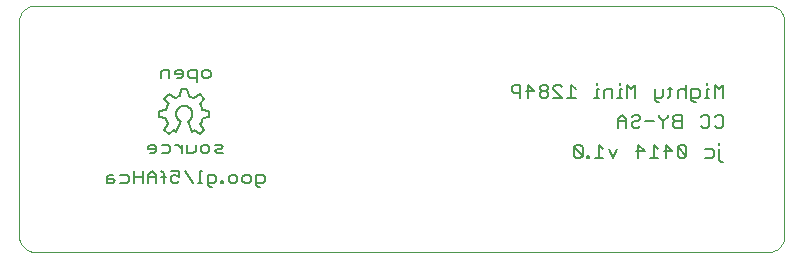
<source format=gbo>
G75*
G70*
%OFA0B0*%
%FSLAX24Y24*%
%IPPOS*%
%LPD*%
%AMOC8*
5,1,8,0,0,1.08239X$1,22.5*
%
%ADD10C,0.0000*%
%ADD11C,0.0080*%
D10*
X001650Y001050D02*
X026150Y001050D01*
X026194Y001052D01*
X026237Y001058D01*
X026279Y001067D01*
X026321Y001080D01*
X026361Y001097D01*
X026400Y001117D01*
X026437Y001140D01*
X026471Y001167D01*
X026504Y001196D01*
X026533Y001229D01*
X026560Y001263D01*
X026583Y001300D01*
X026603Y001339D01*
X026620Y001379D01*
X026633Y001421D01*
X026642Y001463D01*
X026648Y001506D01*
X026650Y001550D01*
X026650Y008750D01*
X026648Y008794D01*
X026642Y008837D01*
X026633Y008879D01*
X026620Y008921D01*
X026603Y008961D01*
X026583Y009000D01*
X026560Y009037D01*
X026533Y009071D01*
X026504Y009104D01*
X026471Y009133D01*
X026437Y009160D01*
X026400Y009183D01*
X026361Y009203D01*
X026321Y009220D01*
X026279Y009233D01*
X026237Y009242D01*
X026194Y009248D01*
X026150Y009250D01*
X001650Y009250D01*
X001606Y009248D01*
X001563Y009242D01*
X001521Y009233D01*
X001479Y009220D01*
X001439Y009203D01*
X001400Y009183D01*
X001363Y009160D01*
X001329Y009133D01*
X001296Y009104D01*
X001267Y009071D01*
X001240Y009037D01*
X001217Y009000D01*
X001197Y008961D01*
X001180Y008921D01*
X001167Y008879D01*
X001158Y008837D01*
X001152Y008794D01*
X001150Y008750D01*
X001150Y001550D01*
X001152Y001506D01*
X001158Y001463D01*
X001167Y001421D01*
X001180Y001379D01*
X001197Y001339D01*
X001217Y001300D01*
X001240Y001263D01*
X001267Y001229D01*
X001296Y001196D01*
X001329Y001167D01*
X001363Y001140D01*
X001400Y001117D01*
X001439Y001097D01*
X001479Y001080D01*
X001521Y001067D01*
X001563Y001058D01*
X001606Y001052D01*
X001650Y001050D01*
D11*
X007442Y003270D02*
X007442Y003620D01*
X007653Y003620D01*
X007723Y003550D01*
X007723Y003410D01*
X007653Y003340D01*
X007442Y003340D01*
X007442Y003270D02*
X007512Y003200D01*
X007583Y003200D01*
X007883Y003340D02*
X007953Y003340D01*
X007953Y003410D01*
X007883Y003410D01*
X007883Y003340D01*
X008133Y003410D02*
X008133Y003550D01*
X008203Y003620D01*
X008343Y003620D01*
X008413Y003550D01*
X008413Y003410D01*
X008343Y003340D01*
X008203Y003340D01*
X008133Y003410D01*
X008593Y003410D02*
X008663Y003340D01*
X008804Y003340D01*
X008874Y003410D01*
X008874Y003550D01*
X008804Y003620D01*
X008663Y003620D01*
X008593Y003550D01*
X008593Y003410D01*
X009054Y003340D02*
X009264Y003340D01*
X009334Y003410D01*
X009334Y003550D01*
X009264Y003620D01*
X009054Y003620D01*
X009054Y003270D01*
X009124Y003200D01*
X009194Y003200D01*
X007262Y003340D02*
X007122Y003340D01*
X007192Y003340D02*
X007192Y003760D01*
X007262Y003760D01*
X006955Y003340D02*
X006675Y003760D01*
X006495Y003760D02*
X006495Y003550D01*
X006355Y003620D01*
X006285Y003620D01*
X006215Y003550D01*
X006215Y003410D01*
X006285Y003340D01*
X006425Y003340D01*
X006495Y003410D01*
X006035Y003550D02*
X005894Y003550D01*
X005964Y003690D02*
X005894Y003760D01*
X005964Y003690D02*
X005964Y003340D01*
X005728Y003340D02*
X005728Y003620D01*
X005587Y003760D01*
X005447Y003620D01*
X005447Y003340D01*
X005267Y003340D02*
X005267Y003760D01*
X004987Y003760D02*
X004987Y003340D01*
X004807Y003410D02*
X004737Y003340D01*
X004527Y003340D01*
X004346Y003410D02*
X004276Y003340D01*
X004066Y003340D01*
X004066Y003550D01*
X004136Y003620D01*
X004276Y003620D01*
X004527Y003620D02*
X004737Y003620D01*
X004807Y003550D01*
X004807Y003410D01*
X004987Y003550D02*
X005267Y003550D01*
X005447Y003550D02*
X005728Y003550D01*
X006215Y003760D02*
X006495Y003760D01*
X006572Y004340D02*
X006572Y004620D01*
X006572Y004480D02*
X006432Y004620D01*
X006361Y004620D01*
X006188Y004550D02*
X006188Y004410D01*
X006118Y004340D01*
X005908Y004340D01*
X005728Y004410D02*
X005728Y004550D01*
X005658Y004620D01*
X005517Y004620D01*
X005447Y004550D01*
X005447Y004480D01*
X005728Y004480D01*
X005728Y004410D02*
X005658Y004340D01*
X005517Y004340D01*
X005908Y004620D02*
X006118Y004620D01*
X006188Y004550D01*
X006752Y004620D02*
X006752Y004340D01*
X006962Y004340D01*
X007032Y004410D01*
X007032Y004620D01*
X007212Y004550D02*
X007282Y004620D01*
X007422Y004620D01*
X007492Y004550D01*
X007492Y004410D01*
X007422Y004340D01*
X007282Y004340D01*
X007212Y004410D01*
X007212Y004550D01*
X007673Y004620D02*
X007883Y004620D01*
X007953Y004550D01*
X007883Y004480D01*
X007743Y004480D01*
X007673Y004410D01*
X007743Y004340D01*
X007953Y004340D01*
X007310Y005120D02*
X007170Y004980D01*
X006990Y005100D01*
X006920Y005060D01*
X006770Y005400D01*
X006530Y005400D02*
X006390Y005060D01*
X006310Y005100D01*
X006130Y004980D01*
X005990Y005120D01*
X006120Y005300D01*
X006040Y005500D02*
X005820Y005540D01*
X005820Y005740D01*
X006040Y005780D01*
X006130Y005970D02*
X005990Y006160D01*
X006130Y006300D01*
X006330Y006170D01*
X006510Y006240D02*
X006560Y006480D01*
X006750Y006480D01*
X006800Y006240D01*
X006980Y006170D02*
X007170Y006300D01*
X007310Y006160D01*
X007180Y005970D01*
X007260Y005780D02*
X007490Y005740D01*
X007490Y005540D01*
X007270Y005500D01*
X007190Y005300D02*
X007310Y005120D01*
X007188Y005305D02*
X007213Y005347D01*
X007235Y005391D01*
X007253Y005437D01*
X007268Y005484D01*
X006978Y006166D02*
X006936Y006189D01*
X006893Y006208D01*
X006848Y006225D01*
X006802Y006237D01*
X007070Y006700D02*
X007070Y007120D01*
X006860Y007120D01*
X006790Y007050D01*
X006790Y006910D01*
X006860Y006840D01*
X007070Y006840D01*
X007251Y006910D02*
X007251Y007050D01*
X007321Y007120D01*
X007461Y007120D01*
X007531Y007050D01*
X007531Y006910D01*
X007461Y006840D01*
X007321Y006840D01*
X007251Y006910D01*
X006610Y006910D02*
X006540Y006840D01*
X006400Y006840D01*
X006330Y006980D02*
X006610Y006980D01*
X006610Y006910D02*
X006610Y007050D01*
X006540Y007120D01*
X006400Y007120D01*
X006330Y007050D01*
X006330Y006980D01*
X006150Y006840D02*
X006150Y007120D01*
X005939Y007120D01*
X005869Y007050D01*
X005869Y006840D01*
X006530Y005400D02*
X006502Y005416D01*
X006475Y005435D01*
X006452Y005457D01*
X006431Y005482D01*
X006413Y005510D01*
X006398Y005539D01*
X006388Y005570D01*
X006380Y005601D01*
X006377Y005634D01*
X006378Y005666D01*
X006382Y005699D01*
X006391Y005730D01*
X006403Y005760D01*
X006418Y005789D01*
X006437Y005816D01*
X006459Y005840D01*
X006483Y005861D01*
X006510Y005880D01*
X006539Y005895D01*
X006570Y005906D01*
X006601Y005914D01*
X006634Y005918D01*
X006666Y005918D01*
X006699Y005914D01*
X006730Y005906D01*
X006761Y005895D01*
X006790Y005880D01*
X006817Y005861D01*
X006841Y005840D01*
X006863Y005816D01*
X006882Y005789D01*
X006897Y005760D01*
X006909Y005730D01*
X006918Y005699D01*
X006922Y005666D01*
X006923Y005634D01*
X006920Y005601D01*
X006912Y005570D01*
X006902Y005539D01*
X006887Y005510D01*
X006869Y005482D01*
X006848Y005457D01*
X006825Y005435D01*
X006798Y005416D01*
X006770Y005400D01*
X007262Y005782D02*
X007251Y005822D01*
X007237Y005861D01*
X007221Y005898D01*
X007202Y005935D01*
X007181Y005970D01*
X006041Y005501D02*
X006051Y005459D01*
X006064Y005418D01*
X006080Y005378D01*
X006099Y005339D01*
X006121Y005302D01*
X006038Y005780D02*
X006050Y005820D01*
X006065Y005859D01*
X006083Y005897D01*
X006103Y005933D01*
X006125Y005968D01*
X006331Y006170D02*
X006374Y006193D01*
X006418Y006213D01*
X006464Y006229D01*
X006510Y006241D01*
X004276Y003480D02*
X004066Y003480D01*
X004276Y003480D02*
X004346Y003410D01*
X017577Y006400D02*
X017647Y006330D01*
X017858Y006330D01*
X017858Y006190D02*
X017858Y006610D01*
X017647Y006610D01*
X017577Y006540D01*
X017577Y006400D01*
X018038Y006400D02*
X018318Y006400D01*
X018108Y006610D01*
X018108Y006190D01*
X018498Y006260D02*
X018568Y006190D01*
X018708Y006190D01*
X018778Y006260D01*
X018778Y006330D01*
X018708Y006400D01*
X018568Y006400D01*
X018498Y006330D01*
X018498Y006260D01*
X018959Y006190D02*
X019239Y006190D01*
X018959Y006470D01*
X018959Y006540D01*
X019029Y006610D01*
X019169Y006610D01*
X019239Y006540D01*
X018778Y006540D02*
X018778Y006470D01*
X018708Y006400D01*
X018568Y006400D02*
X018498Y006470D01*
X018498Y006540D01*
X018568Y006610D01*
X018708Y006610D01*
X018778Y006540D01*
X019419Y006190D02*
X019699Y006190D01*
X019559Y006190D02*
X019559Y006610D01*
X019699Y006470D01*
X020326Y006190D02*
X020466Y006190D01*
X020396Y006190D02*
X020396Y006470D01*
X020466Y006470D01*
X020647Y006400D02*
X020647Y006190D01*
X020927Y006190D02*
X020927Y006470D01*
X020717Y006470D01*
X020647Y006400D01*
X020396Y006610D02*
X020396Y006680D01*
X021164Y006680D02*
X021164Y006610D01*
X021414Y006610D02*
X021414Y006190D01*
X021234Y006190D02*
X021094Y006190D01*
X021164Y006190D02*
X021164Y006470D01*
X021234Y006470D01*
X021414Y006610D02*
X021554Y006470D01*
X021694Y006610D01*
X021694Y006190D01*
X022335Y006190D02*
X022545Y006190D01*
X022615Y006260D01*
X022615Y006470D01*
X022782Y006470D02*
X022922Y006470D01*
X022852Y006540D02*
X022852Y006260D01*
X022782Y006190D01*
X023102Y006190D02*
X023102Y006400D01*
X023172Y006470D01*
X023312Y006470D01*
X023382Y006400D01*
X023562Y006470D02*
X023773Y006470D01*
X023843Y006400D01*
X023843Y006260D01*
X023773Y006190D01*
X023562Y006190D01*
X023562Y006120D02*
X023562Y006470D01*
X023382Y006610D02*
X023382Y006190D01*
X023562Y006120D02*
X023633Y006050D01*
X023703Y006050D01*
X024009Y006190D02*
X024150Y006190D01*
X024080Y006190D02*
X024080Y006470D01*
X024150Y006470D01*
X024330Y006610D02*
X024470Y006470D01*
X024610Y006610D01*
X024610Y006190D01*
X024330Y006190D02*
X024330Y006610D01*
X024080Y006610D02*
X024080Y006680D01*
X022475Y006050D02*
X022405Y006050D01*
X022335Y006120D01*
X022335Y006470D01*
X022488Y005610D02*
X022488Y005540D01*
X022628Y005400D01*
X022628Y005190D01*
X022628Y005400D02*
X022768Y005540D01*
X022768Y005610D01*
X022949Y005540D02*
X022949Y005470D01*
X023019Y005400D01*
X023229Y005400D01*
X023019Y005400D02*
X022949Y005330D01*
X022949Y005260D01*
X023019Y005190D01*
X023229Y005190D01*
X023229Y005610D01*
X023019Y005610D01*
X022949Y005540D01*
X022308Y005400D02*
X022028Y005400D01*
X021848Y005470D02*
X021778Y005400D01*
X021637Y005400D01*
X021567Y005330D01*
X021567Y005260D01*
X021637Y005190D01*
X021778Y005190D01*
X021848Y005260D01*
X021848Y005470D02*
X021848Y005540D01*
X021778Y005610D01*
X021637Y005610D01*
X021567Y005540D01*
X021387Y005470D02*
X021247Y005610D01*
X021107Y005470D01*
X021107Y005190D01*
X021387Y005190D02*
X021387Y005470D01*
X021387Y005400D02*
X021107Y005400D01*
X020480Y004610D02*
X020480Y004190D01*
X020620Y004190D02*
X020340Y004190D01*
X020160Y004190D02*
X020089Y004190D01*
X020089Y004260D01*
X020160Y004260D01*
X020160Y004190D01*
X019929Y004260D02*
X019649Y004540D01*
X019649Y004260D01*
X019719Y004190D01*
X019859Y004190D01*
X019929Y004260D01*
X019929Y004540D01*
X019859Y004610D01*
X019719Y004610D01*
X019649Y004540D01*
X020480Y004610D02*
X020620Y004470D01*
X020800Y004470D02*
X020940Y004190D01*
X021080Y004470D01*
X021721Y004400D02*
X022001Y004400D01*
X021791Y004610D01*
X021791Y004190D01*
X022181Y004190D02*
X022462Y004190D01*
X022321Y004190D02*
X022321Y004610D01*
X022462Y004470D01*
X022642Y004400D02*
X022922Y004400D01*
X022712Y004610D01*
X022712Y004190D01*
X023102Y004260D02*
X023172Y004190D01*
X023312Y004190D01*
X023382Y004260D01*
X023102Y004540D01*
X023102Y004260D01*
X023382Y004260D02*
X023382Y004540D01*
X023312Y004610D01*
X023172Y004610D01*
X023102Y004540D01*
X024023Y004470D02*
X024233Y004470D01*
X024303Y004400D01*
X024303Y004260D01*
X024233Y004190D01*
X024023Y004190D01*
X024470Y004120D02*
X024470Y004470D01*
X024470Y004610D02*
X024470Y004680D01*
X024540Y005190D02*
X024400Y005190D01*
X024330Y005260D01*
X024150Y005260D02*
X024080Y005190D01*
X023939Y005190D01*
X023869Y005260D01*
X024150Y005260D02*
X024150Y005540D01*
X024080Y005610D01*
X023939Y005610D01*
X023869Y005540D01*
X024330Y005540D02*
X024400Y005610D01*
X024540Y005610D01*
X024610Y005540D01*
X024610Y005260D01*
X024540Y005190D01*
X024470Y004120D02*
X024540Y004050D01*
X024610Y004050D01*
M02*

</source>
